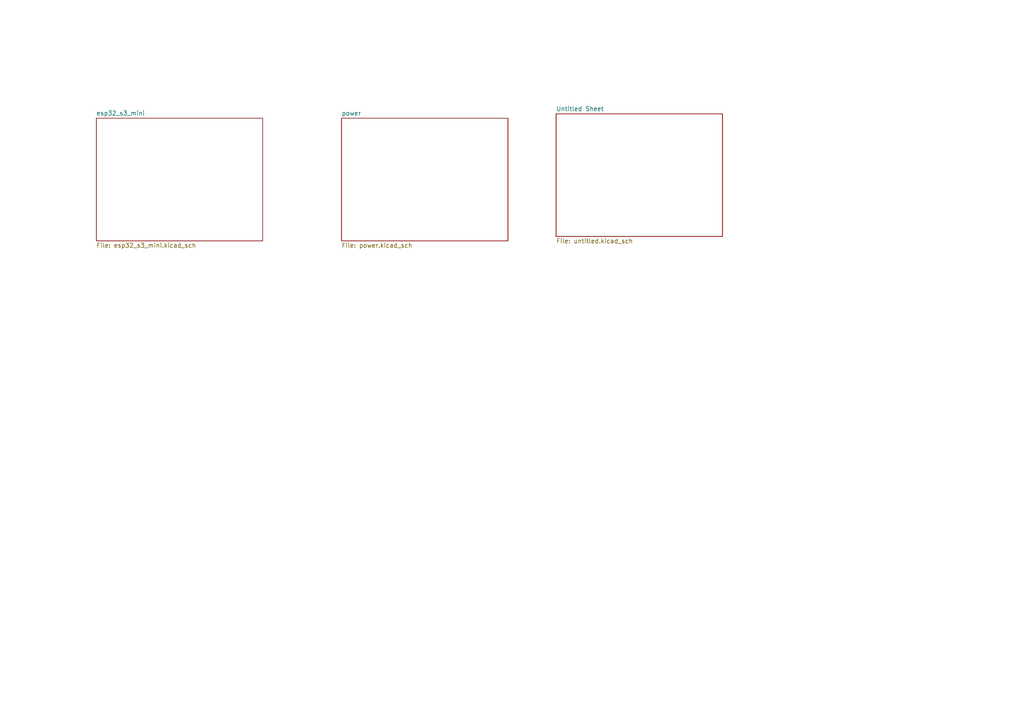
<source format=kicad_sch>
(kicad_sch
	(version 20231120)
	(generator "eeschema")
	(generator_version "8.0")
	(uuid "ea3677d7-dbcb-472e-8eac-3c37c28417b4")
	(paper "A4")
	(lib_symbols)
	(sheet
		(at 99.06 34.29)
		(size 48.26 35.56)
		(fields_autoplaced yes)
		(stroke
			(width 0.1524)
			(type solid)
		)
		(fill
			(color 0 0 0 0.0000)
		)
		(uuid "4caf47a4-7399-438b-b7af-efdb259a978b")
		(property "Sheetname" "power"
			(at 99.06 33.5784 0)
			(effects
				(font
					(size 1.27 1.27)
				)
				(justify left bottom)
			)
		)
		(property "Sheetfile" "power.kicad_sch"
			(at 99.06 70.4346 0)
			(effects
				(font
					(size 1.27 1.27)
				)
				(justify left top)
			)
		)
		(instances
			(project "esp"
				(path "/ea3677d7-dbcb-472e-8eac-3c37c28417b4"
					(page "3")
				)
			)
		)
	)
	(sheet
		(at 161.29 33.02)
		(size 48.26 35.56)
		(fields_autoplaced yes)
		(stroke
			(width 0.1524)
			(type solid)
		)
		(fill
			(color 0 0 0 0.0000)
		)
		(uuid "51133f0f-bc4e-4d2f-b780-3aba23b96242")
		(property "Sheetname" "Untitled Sheet"
			(at 161.29 32.3084 0)
			(effects
				(font
					(size 1.27 1.27)
				)
				(justify left bottom)
			)
		)
		(property "Sheetfile" "untitled.kicad_sch"
			(at 161.29 69.1646 0)
			(effects
				(font
					(size 1.27 1.27)
				)
				(justify left top)
			)
		)
		(instances
			(project "esp"
				(path "/ea3677d7-dbcb-472e-8eac-3c37c28417b4"
					(page "4")
				)
			)
		)
	)
	(sheet
		(at 27.94 34.29)
		(size 48.26 35.56)
		(fields_autoplaced yes)
		(stroke
			(width 0.1524)
			(type solid)
		)
		(fill
			(color 0 0 0 0.0000)
		)
		(uuid "b2d01948-41a7-46d2-96e3-d2ae83494751")
		(property "Sheetname" "esp32_s3_mini"
			(at 27.94 33.5784 0)
			(effects
				(font
					(size 1.27 1.27)
				)
				(justify left bottom)
			)
		)
		(property "Sheetfile" "esp32_s3_mini.kicad_sch"
			(at 27.94 70.4346 0)
			(effects
				(font
					(size 1.27 1.27)
				)
				(justify left top)
			)
		)
		(property "Field2" ""
			(at 27.94 34.29 0)
			(effects
				(font
					(size 1.27 1.27)
				)
				(hide yes)
			)
		)
		(instances
			(project "esp"
				(path "/ea3677d7-dbcb-472e-8eac-3c37c28417b4"
					(page "2")
				)
			)
		)
	)
	(sheet_instances
		(path "/"
			(page "1")
		)
	)
)

</source>
